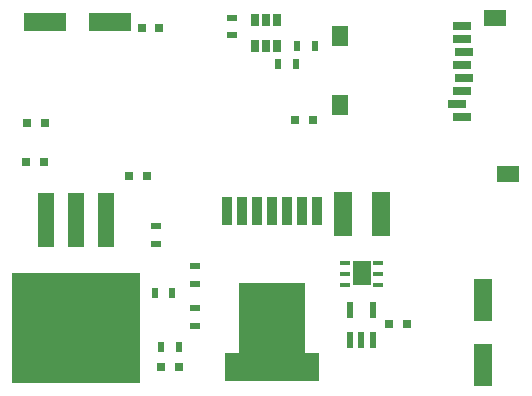
<source format=gbr>
G04 #@! TF.FileFunction,Paste,Bot*
%FSLAX46Y46*%
G04 Gerber Fmt 4.6, Leading zero omitted, Abs format (unit mm)*
G04 Created by KiCad (PCBNEW 4.0.0-rc2-stable) date 6/30/2016 5:54:54 PM*
%MOMM*%
G01*
G04 APERTURE LIST*
%ADD10C,0.100000*%
%ADD11R,1.600000X3.700000*%
%ADD12R,0.800000X0.750000*%
%ADD13R,1.390000X4.600000*%
%ADD14R,10.800000X9.400000*%
%ADD15R,0.500000X0.900000*%
%ADD16R,0.900000X0.500000*%
%ADD17R,1.501140X0.749300*%
%ADD18R,1.899920X1.399540*%
%ADD19R,1.399540X1.800860*%
%ADD20R,0.650000X1.060000*%
%ADD21R,0.812800X0.406400*%
%ADD22R,1.498600X2.006600*%
%ADD23R,0.558800X1.320800*%
%ADD24R,5.590000X6.350000*%
%ADD25R,0.910000X2.410000*%
%ADD26R,8.000000X2.410000*%
%ADD27R,3.599180X1.600200*%
%ADD28R,1.600200X3.599180*%
G04 APERTURE END LIST*
D10*
D11*
X70710000Y-77190000D03*
X73910000Y-77190000D03*
D12*
X66650000Y-69260000D03*
X68150000Y-69260000D03*
X54120000Y-74040000D03*
X52620000Y-74040000D03*
X43905001Y-72785000D03*
X45405001Y-72785000D03*
X43960000Y-69520000D03*
X45460000Y-69520000D03*
X53690000Y-61490000D03*
X55190000Y-61490000D03*
X74610000Y-86560000D03*
X76110000Y-86560000D03*
X55350000Y-90160000D03*
X56850000Y-90160000D03*
D13*
X48160000Y-77760000D03*
D14*
X48160000Y-86910000D03*
D13*
X50700000Y-77760000D03*
X45620000Y-77760000D03*
D15*
X65210000Y-64530000D03*
X66710000Y-64530000D03*
D16*
X61310000Y-60590000D03*
X61310000Y-62090000D03*
D15*
X68360000Y-62980000D03*
X66860000Y-62980000D03*
X56270000Y-83880000D03*
X54770000Y-83880000D03*
D16*
X54920000Y-79740000D03*
X54920000Y-78240000D03*
X58180000Y-83150000D03*
X58180000Y-81650000D03*
X58220000Y-85180000D03*
X58220000Y-86680000D03*
D15*
X56820000Y-88480000D03*
X55320000Y-88480000D03*
D17*
X80770000Y-62401080D03*
X80770000Y-61301260D03*
X80970660Y-63500900D03*
X80770000Y-64600720D03*
X80770000Y-69000000D03*
X80371220Y-67900180D03*
X80770000Y-66800360D03*
X80970660Y-65700540D03*
D18*
X83619880Y-60600220D03*
X84719700Y-73848860D03*
D19*
X70470300Y-62149620D03*
X70470300Y-67950980D03*
D20*
X63240000Y-60790000D03*
X64190000Y-60790000D03*
X65140000Y-60790000D03*
X65140000Y-62990000D03*
X63240000Y-62990000D03*
X64190000Y-62990000D03*
D21*
X70923000Y-83209800D03*
X70923000Y-82270000D03*
X70923000Y-81330200D03*
X73717000Y-81330200D03*
X73717000Y-82270000D03*
X73717000Y-83209800D03*
D22*
X72294600Y-82244600D03*
D23*
X73229800Y-87860000D03*
X72290000Y-87860000D03*
X71350200Y-87860000D03*
X71350200Y-85320000D03*
X73229800Y-85320000D03*
D24*
X64730000Y-86170000D03*
D25*
X60920000Y-76945000D03*
X62190000Y-76945000D03*
X63460000Y-76945000D03*
X64730000Y-76945000D03*
X66000000Y-76945000D03*
X67270000Y-76945000D03*
X68540000Y-76945000D03*
D26*
X64730000Y-90170000D03*
D27*
X45509180Y-61000000D03*
X51010820Y-61000000D03*
D28*
X82620000Y-90030820D03*
X82620000Y-84529180D03*
M02*

</source>
